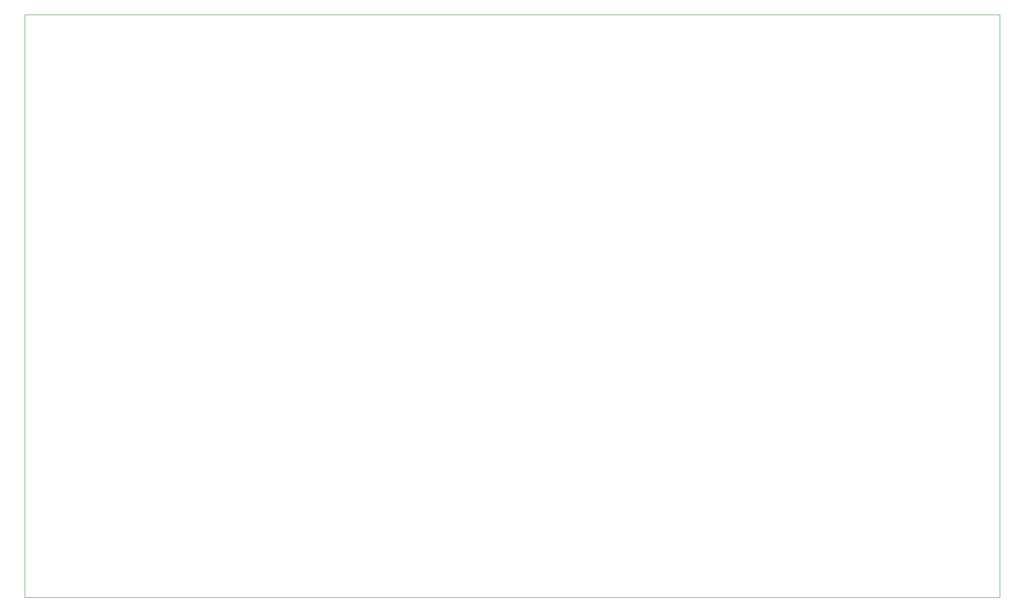
<source format=gbr>
%TF.GenerationSoftware,KiCad,Pcbnew,6.0.4-1.fc35*%
%TF.CreationDate,2022-05-28T16:25:33-04:00*%
%TF.ProjectId,kassuVCA,6b617373-7556-4434-912e-6b696361645f,rev?*%
%TF.SameCoordinates,Original*%
%TF.FileFunction,Profile,NP*%
%FSLAX46Y46*%
G04 Gerber Fmt 4.6, Leading zero omitted, Abs format (unit mm)*
G04 Created by KiCad (PCBNEW 6.0.4-1.fc35) date 2022-05-28 16:25:33*
%MOMM*%
%LPD*%
G01*
G04 APERTURE LIST*
%TA.AperFunction,Profile*%
%ADD10C,0.050000*%
%TD*%
G04 APERTURE END LIST*
D10*
X205740000Y-25400000D02*
X25400000Y-25400000D01*
X205740000Y-133350000D02*
X205740000Y-25400000D01*
X25400000Y-133350000D02*
X205740000Y-133350000D01*
X25400000Y-25400000D02*
X25400000Y-133350000D01*
M02*

</source>
